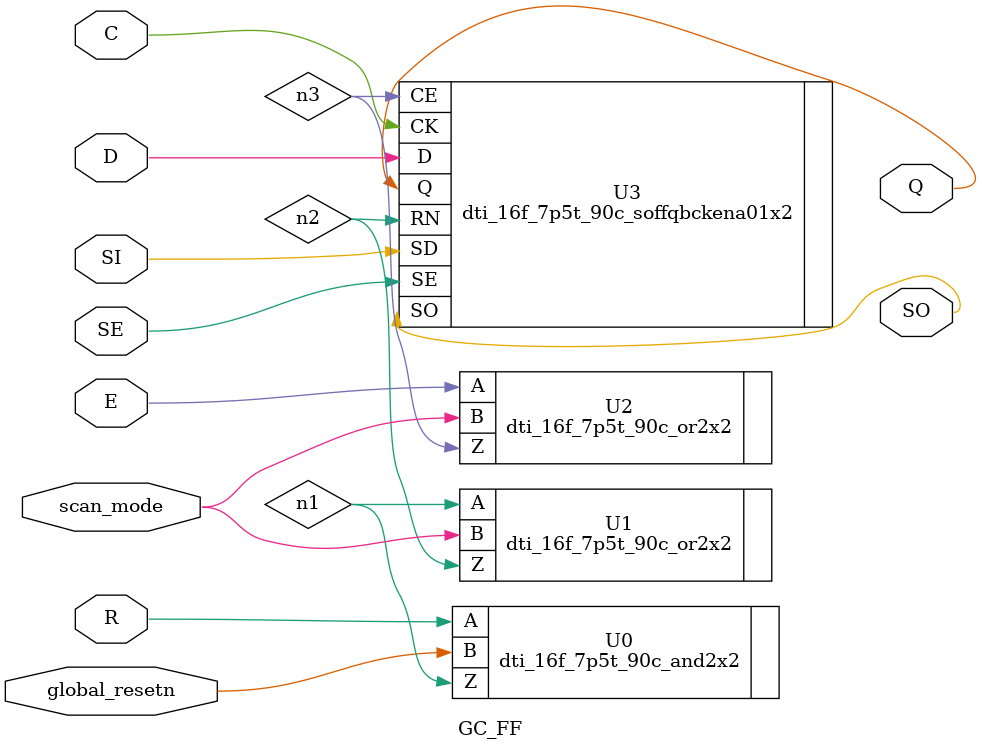
<source format=v>

module GC_FF ( D, R, E, Q, SI, SO, SE, C , global_resetn, scan_mode);
  input D, R, E, SI, SE, C, global_resetn, scan_mode;
  output Q, SO;
    wire n1, n2, n3;
    dti_16f_7p5t_90c_and2x2 U0(.Z(n1), .A(R), .B(global_resetn));
    dti_16f_7p5t_90c_or2x2 U1(.Z(n2), .A(n1), .B(scan_mode));
    dti_16f_7p5t_90c_or2x2 U2(.Z(n3), .A(E), .B(scan_mode));
    dti_16f_7p5t_90c_soffqbckena01x2 U3(.Q(Q), .SO(SO), .CK(C), .CE(n3), .D(D), .SD(SI), .SE(SE), .RN(n2));

endmodule


</source>
